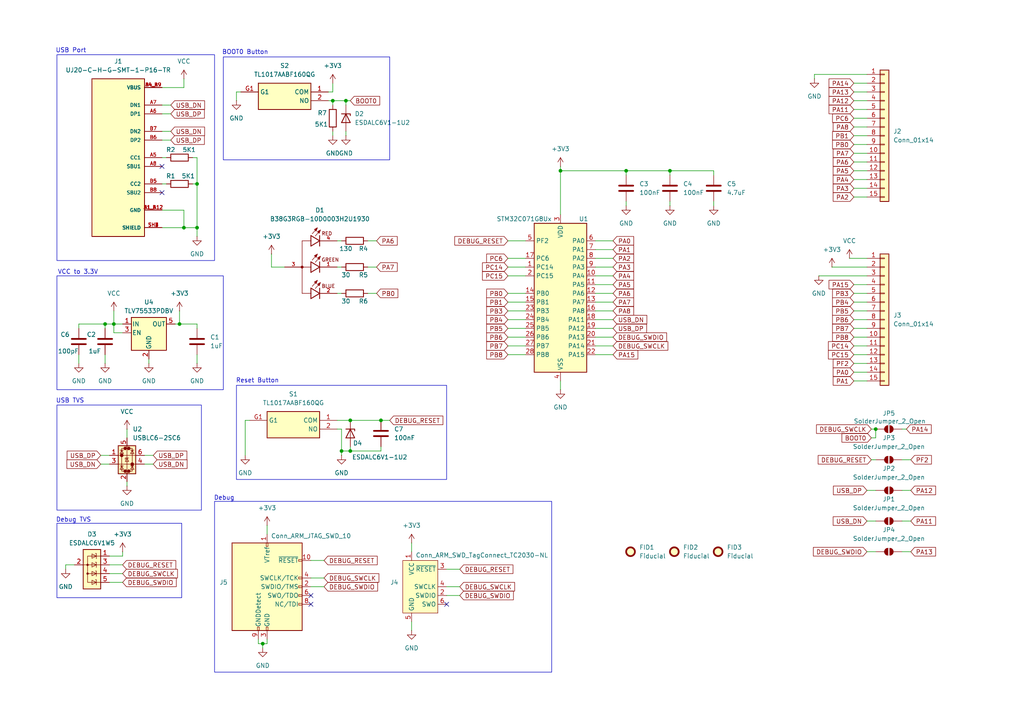
<source format=kicad_sch>
(kicad_sch (version 20250114) (generator "eeschema") (generator_version "9.0")
  (paper "A4")
  (title_block (title "STM32C071G8Ux Evaluation Board"))
  (rectangle (start 16.51 80.01) (end 64.77 113.03))
  (rectangle (start 16.51 151.765) (end 52.705 173.355))
  (rectangle (start 16.51 15.875) (end 62.23 75.565))
  (rectangle (start 16.51 117.475) (end 58.42 147.955))
  (rectangle (start 62.23 145.415) (end 160.02 194.945))
  (rectangle (start 68.58 111.76) (end 129.54 139.065))
  (rectangle (start 64.77 16.51) (end 113.03 46.355))
  (text "Reset Button" (at 74.676 110.49 0) (effects (font (size 1.27 1.27))))
  (text "VCC to 3.3V" (at 22.606 78.994 0) (effects (font (size 1.27 1.27))))
  (text "Debug" (at 65.024 144.526 0) (effects (font (size 1.27 1.27))))
  (text "BOOT0 Button" (at 71.12 15.24 0) (effects (font (size 1.27 1.27))))
  (text "USB TVS" (at 20.32 116.332 0) (effects (font (size 1.27 1.27))))
  (text "Debug TVS" (at 21.336 150.876 0) (effects (font (size 1.27 1.27))))
  (text "USB Port" (at 20.574 14.732 0) (effects (font (size 1.27 1.27))))
  (junction (at 57.15 66.04))
  (junction (at 33.02 93.98))
  (junction (at 30.48 93.98))
  (junction (at 110.49 121.92))
  (junction (at 57.15 53.34))
  (junction (at 194.31 49.53))
  (junction (at 162.56 49.53))
  (junction (at 100.33 29.21))
  (junction (at 53.34 66.04))
  (junction (at 52.07 93.98))
  (junction (at 76.2 186.69))
  (junction (at 99.06 130.81))
  (junction (at 254 124.46))
  (junction (at 181.61 49.53))
  (junction (at 101.6 130.81))
  (junction (at 101.6 121.92))
  (junction (at 96.52 29.21))
  (no_connect (at 90.17 172.72))
  (no_connect (at 46.99 55.88))
  (no_connect (at 90.17 175.26))
  (no_connect (at 46.99 48.26))
  (no_connect (at 129.54 175.26))
  (wire (pts (xy 99.06 130.81) (xy 99.06 124.46)))
  (wire (pts (xy 110.49 130.81) (xy 101.6 130.81)))
  (wire (pts (xy 110.49 129.54) (xy 110.49 130.81)))
  (wire (pts (xy 177.8 90.17) (xy 172.72 90.17)))
  (wire (pts (xy 247.65 82.55) (xy 251.46 82.55)))
  (wire (pts (xy 251.46 151.13) (xy 254 151.13)))
  (wire (pts (xy 101.6 130.81) (xy 99.06 130.81)))
  (wire (pts (xy 247.65 95.25) (xy 251.46 95.25)))
  (wire (pts (xy 147.32 85.09) (xy 152.4 85.09)))
  (wire (pts (xy 71.12 132.08) (xy 71.12 121.92)))
  (wire (pts (xy 50.8 93.98) (xy 52.07 93.98)))
  (wire (pts (xy 99.06 124.46) (xy 97.79 124.46)))
  (wire (pts (xy 41.91 132.08) (xy 44.45 132.08)))
  (wire (pts (xy 99.06 132.08) (xy 99.06 130.81)))
  (wire (pts (xy 96.52 29.21) (xy 100.33 29.21)))
  (wire (pts (xy 96.52 26.67) (xy 95.25 26.67)))
  (wire (pts (xy 36.83 124.46) (xy 36.83 127)))
  (wire (pts (xy 77.47 185.42) (xy 77.47 186.69)))
  (wire (pts (xy 68.58 29.21) (xy 68.58 26.67)))
  (wire (pts (xy 207.01 49.53) (xy 194.31 49.53)))
  (wire (pts (xy 97.79 69.85) (xy 99.06 69.85)))
  (wire (pts (xy 237.49 80.01) (xy 251.46 80.01)))
  (wire (pts (xy 247.65 102.87) (xy 251.46 102.87)))
  (wire (pts (xy 110.49 121.92) (xy 113.03 121.92)))
  (wire (pts (xy 247.65 87.63) (xy 251.46 87.63)))
  (wire (pts (xy 53.34 25.4) (xy 53.34 22.86)))
  (wire (pts (xy 247.65 36.83) (xy 251.46 36.83)))
  (wire (pts (xy 177.8 82.55) (xy 172.72 82.55)))
  (wire (pts (xy 36.83 139.7) (xy 36.83 140.97)))
  (wire (pts (xy 74.93 186.69) (xy 76.2 186.69)))
  (wire (pts (xy 147.32 74.93) (xy 152.4 74.93)))
  (wire (pts (xy 147.32 80.01) (xy 152.4 80.01)))
  (wire (pts (xy 74.93 185.42) (xy 74.93 186.69)))
  (wire (pts (xy 33.02 93.98) (xy 35.56 93.98)))
  (wire (pts (xy 247.65 44.45) (xy 251.46 44.45)))
  (wire (pts (xy 90.17 170.18) (xy 93.98 170.18)))
  (wire (pts (xy 247.65 46.99) (xy 251.46 46.99)))
  (wire (pts (xy 181.61 50.8) (xy 181.61 49.53)))
  (wire (pts (xy 71.12 121.92) (xy 72.39 121.92)))
  (wire (pts (xy 96.52 29.21) (xy 95.25 29.21)))
  (wire (pts (xy 77.47 152.4) (xy 77.47 154.94)))
  (wire (pts (xy 46.99 25.4) (xy 53.34 25.4)))
  (wire (pts (xy 236.22 22.86) (xy 236.22 21.59)))
  (wire (pts (xy 101.6 121.92) (xy 110.49 121.92)))
  (wire (pts (xy 247.65 49.53) (xy 251.46 49.53)))
  (wire (pts (xy 53.34 60.96) (xy 53.34 66.04)))
  (wire (pts (xy 177.8 69.85) (xy 172.72 69.85)))
  (wire (pts (xy 96.52 39.37) (xy 96.52 38.1)))
  (wire (pts (xy 247.65 90.17) (xy 251.46 90.17)))
  (wire (pts (xy 207.01 50.8) (xy 207.01 49.53)))
  (wire (pts (xy 251.46 142.24) (xy 254 142.24)))
  (wire (pts (xy 162.56 49.53) (xy 181.61 49.53)))
  (wire (pts (xy 236.22 21.59) (xy 251.46 21.59)))
  (wire (pts (xy 261.62 124.46) (xy 262.89 124.46)))
  (wire (pts (xy 254 133.35) (xy 252.73 133.35)))
  (wire (pts (xy 172.72 95.25) (xy 177.8 95.25)))
  (wire (pts (xy 46.99 33.02) (xy 49.53 33.02)))
  (wire (pts (xy 100.33 29.21) (xy 100.33 30.48)))
  (wire (pts (xy 247.65 92.71) (xy 251.46 92.71)))
  (wire (pts (xy 147.32 87.63) (xy 152.4 87.63)))
  (wire (pts (xy 241.3 77.47) (xy 251.46 77.47)))
  (wire (pts (xy 247.65 107.95) (xy 251.46 107.95)))
  (wire (pts (xy 247.65 34.29) (xy 251.46 34.29)))
  (wire (pts (xy 129.54 165.1) (xy 133.35 165.1)))
  (wire (pts (xy 101.6 129.54) (xy 101.6 130.81)))
  (wire (pts (xy 46.99 38.1) (xy 49.53 38.1)))
  (wire (pts (xy 247.65 41.91) (xy 251.46 41.91)))
  (wire (pts (xy 247.65 100.33) (xy 251.46 100.33)))
  (wire (pts (xy 129.54 170.18) (xy 133.35 170.18)))
  (wire (pts (xy 57.15 102.87) (xy 57.15 105.41)))
  (wire (pts (xy 177.8 77.47) (xy 172.72 77.47)))
  (wire (pts (xy 33.02 90.17) (xy 33.02 93.98)))
  (wire (pts (xy 33.02 96.52) (xy 33.02 93.98)))
  (wire (pts (xy 90.17 162.56) (xy 93.98 162.56)))
  (wire (pts (xy 68.58 26.67) (xy 69.85 26.67)))
  (wire (pts (xy 22.86 93.98) (xy 30.48 93.98)))
  (wire (pts (xy 264.16 133.35) (xy 261.62 133.35)))
  (wire (pts (xy 247.65 57.15) (xy 251.46 57.15)))
  (wire (pts (xy 100.33 29.21) (xy 101.6 29.21)))
  (wire (pts (xy 46.99 30.48) (xy 49.53 30.48)))
  (wire (pts (xy 46.99 53.34) (xy 48.26 53.34)))
  (wire (pts (xy 252.73 127) (xy 254 127)))
  (wire (pts (xy 106.68 69.85) (xy 109.22 69.85)))
  (wire (pts (xy 129.54 172.72) (xy 133.35 172.72)))
  (wire (pts (xy 30.48 93.98) (xy 30.48 95.25)))
  (wire (pts (xy 247.65 26.67) (xy 251.46 26.67)))
  (wire (pts (xy 77.47 186.69) (xy 76.2 186.69)))
  (wire (pts (xy 247.65 52.07) (xy 251.46 52.07)))
  (wire (pts (xy 247.65 39.37) (xy 251.46 39.37)))
  (wire (pts (xy 252.73 124.46) (xy 254 124.46)))
  (wire (pts (xy 29.21 132.08) (xy 31.75 132.08)))
  (wire (pts (xy 46.99 60.96) (xy 53.34 60.96)))
  (wire (pts (xy 43.18 104.14) (xy 43.18 105.41)))
  (wire (pts (xy 97.79 77.47) (xy 99.06 77.47)))
  (wire (pts (xy 96.52 30.48) (xy 96.52 29.21)))
  (wire (pts (xy 162.56 48.26) (xy 162.56 49.53)))
  (wire (pts (xy 247.65 110.49) (xy 251.46 110.49)))
  (wire (pts (xy 162.56 49.53) (xy 162.56 62.23)))
  (wire (pts (xy 106.68 77.47) (xy 109.22 77.47)))
  (wire (pts (xy 55.88 45.72) (xy 57.15 45.72)))
  (wire (pts (xy 31.75 166.37) (xy 35.56 166.37)))
  (wire (pts (xy 90.17 167.64) (xy 93.98 167.64)))
  (wire (pts (xy 246.38 74.93) (xy 251.46 74.93)))
  (wire (pts (xy 147.32 100.33) (xy 152.4 100.33)))
  (wire (pts (xy 41.91 134.62) (xy 44.45 134.62)))
  (wire (pts (xy 247.65 97.79) (xy 251.46 97.79)))
  (wire (pts (xy 97.79 85.09) (xy 99.06 85.09)))
  (wire (pts (xy 162.56 110.49) (xy 162.56 113.03)))
  (wire (pts (xy 19.05 163.83) (xy 21.59 163.83)))
  (wire (pts (xy 147.32 77.47) (xy 152.4 77.47)))
  (wire (pts (xy 172.72 92.71) (xy 177.8 92.71)))
  (wire (pts (xy 147.32 102.87) (xy 152.4 102.87)))
  (wire (pts (xy 57.15 93.98) (xy 52.07 93.98)))
  (wire (pts (xy 35.56 161.29) (xy 31.75 161.29)))
  (wire (pts (xy 147.32 97.79) (xy 152.4 97.79)))
  (wire (pts (xy 22.86 95.25) (xy 22.86 93.98)))
  (wire (pts (xy 29.21 134.62) (xy 31.75 134.62)))
  (wire (pts (xy 247.65 105.41) (xy 251.46 105.41)))
  (wire (pts (xy 261.62 142.24) (xy 264.16 142.24)))
  (wire (pts (xy 147.32 92.71) (xy 152.4 92.71)))
  (wire (pts (xy 177.8 80.01) (xy 172.72 80.01)))
  (wire (pts (xy 100.33 38.1) (xy 100.33 39.37)))
  (wire (pts (xy 31.75 163.83) (xy 35.56 163.83)))
  (wire (pts (xy 106.68 85.09) (xy 109.22 85.09)))
  (wire (pts (xy 97.79 121.92) (xy 101.6 121.92)))
  (wire (pts (xy 251.46 160.02) (xy 254 160.02)))
  (wire (pts (xy 30.48 93.98) (xy 33.02 93.98)))
  (wire (pts (xy 247.65 31.75) (xy 251.46 31.75)))
  (wire (pts (xy 53.34 66.04) (xy 46.99 66.04)))
  (wire (pts (xy 247.65 29.21) (xy 251.46 29.21)))
  (wire (pts (xy 57.15 68.58) (xy 57.15 66.04)))
  (wire (pts (xy 52.07 90.17) (xy 52.07 93.98)))
  (wire (pts (xy 76.2 187.96) (xy 76.2 186.69)))
  (wire (pts (xy 172.72 100.33) (xy 177.8 100.33)))
  (wire (pts (xy 35.56 160.02) (xy 35.56 161.29)))
  (wire (pts (xy 194.31 58.42) (xy 194.31 59.69)))
  (wire (pts (xy 147.32 69.85) (xy 152.4 69.85)))
  (wire (pts (xy 177.8 102.87) (xy 172.72 102.87)))
  (wire (pts (xy 46.99 45.72) (xy 48.26 45.72)))
  (wire (pts (xy 181.61 58.42) (xy 181.61 59.69)))
  (wire (pts (xy 55.88 53.34) (xy 57.15 53.34)))
  (wire (pts (xy 31.75 168.91) (xy 35.56 168.91)))
  (wire (pts (xy 57.15 45.72) (xy 57.15 53.34)))
  (wire (pts (xy 147.32 95.25) (xy 152.4 95.25)))
  (wire (pts (xy 57.15 53.34) (xy 57.15 66.04)))
  (wire (pts (xy 57.15 66.04) (xy 53.34 66.04)))
  (wire (pts (xy 261.62 151.13) (xy 264.16 151.13)))
  (wire (pts (xy 247.65 54.61) (xy 251.46 54.61)))
  (wire (pts (xy 247.65 24.13) (xy 251.46 24.13)))
  (wire (pts (xy 254 127) (xy 254 124.46)))
  (wire (pts (xy 96.52 24.13) (xy 96.52 26.67)))
  (wire (pts (xy 147.32 90.17) (xy 152.4 90.17)))
  (wire (pts (xy 19.05 165.1) (xy 19.05 163.83)))
  (wire (pts (xy 247.65 85.09) (xy 251.46 85.09)))
  (wire (pts (xy 35.56 96.52) (xy 33.02 96.52)))
  (wire (pts (xy 207.01 58.42) (xy 207.01 59.69)))
  (wire (pts (xy 177.8 72.39) (xy 172.72 72.39)))
  (wire (pts (xy 194.31 50.8) (xy 194.31 49.53)))
  (wire (pts (xy 181.61 49.53) (xy 194.31 49.53)))
  (wire (pts (xy 46.99 40.64) (xy 49.53 40.64)))
  (wire (pts (xy 119.38 180.34) (xy 119.38 182.88)))
  (wire (pts (xy 119.38 157.48) (xy 119.38 160.02)))
  (wire (pts (xy 22.86 102.87) (xy 22.86 105.41)))
  (wire (pts (xy 78.74 77.47) (xy 82.55 77.47)))
  (wire (pts (xy 261.62 160.02) (xy 264.16 160.02)))
  (wire (pts (xy 177.8 87.63) (xy 172.72 87.63)))
  (wire (pts (xy 30.48 102.87) (xy 30.48 105.41)))
  (wire (pts (xy 172.72 97.79) (xy 177.8 97.79)))
  (wire (pts (xy 177.8 74.93) (xy 172.72 74.93)))
  (wire (pts (xy 78.74 73.66) (xy 78.74 77.47)))
  (wire (pts (xy 177.8 85.09) (xy 172.72 85.09)))
  (wire (pts (xy 57.15 93.98) (xy 57.15 95.25)))
  (global_label "PB4" (shape input) (at 147.32 92.71 180) (property "Intersheetrefs" "${INTERSHEET_REFS}" (effects (hide yes))))
  (global_label "PA13" (shape input) (at 264.16 160.02 0) (property "Intersheetrefs" "${INTERSHEET_REFS}" (effects (hide yes))))
  (global_label "PB4" (shape input) (at 247.65 87.63 180) (property "Intersheetrefs" "${INTERSHEET_REFS}" (effects (hide yes))))
  (global_label "DEBUG_SWCLK" (shape input) (at 177.8 100.33 0) (property "Intersheetrefs" "${INTERSHEET_REFS}" (effects (hide yes))))
  (global_label "PA4" (shape input) (at 247.65 52.07 180) (property "Intersheetrefs" "${INTERSHEET_REFS}" (effects (hide yes))))
  (global_label "DEBUG_RESET" (shape input) (at 35.56 163.83 0) (property "Intersheetrefs" "${INTERSHEET_REFS}" (effects (hide yes))))
  (global_label "PB6" (shape input) (at 147.32 97.79 180) (property "Intersheetrefs" "${INTERSHEET_REFS}" (effects (hide yes))))
  (global_label "PB0" (shape input) (at 109.22 85.09 0) (property "Intersheetrefs" "${INTERSHEET_REFS}" (effects (hide yes))))
  (global_label "DEBUG_SWDIO" (shape input) (at 251.46 160.02 180) (property "Intersheetrefs" "${INTERSHEET_REFS}" (effects (hide yes))))
  (global_label "PB6" (shape input) (at 247.65 92.71 180) (property "Intersheetrefs" "${INTERSHEET_REFS}" (effects (hide yes))))
  (global_label "PB0" (shape input) (at 147.32 85.09 180) (property "Intersheetrefs" "${INTERSHEET_REFS}" (effects (hide yes))))
  (global_label "PB8" (shape input) (at 247.65 97.79 180) (property "Intersheetrefs" "${INTERSHEET_REFS}" (effects (hide yes))))
  (global_label "PA2" (shape input) (at 177.8 74.93 0) (property "Intersheetrefs" "${INTERSHEET_REFS}" (effects (hide yes))))
  (global_label "DEBUG_RESET" (shape input) (at 113.03 121.92 0) (property "Intersheetrefs" "${INTERSHEET_REFS}" (effects (hide yes))))
  (global_label "DEBUG_SWCLK" (shape input) (at 252.73 124.46 180) (property "Intersheetrefs" "${INTERSHEET_REFS}" (effects (hide yes))))
  (global_label "PA7" (shape input) (at 177.8 87.63 0) (property "Intersheetrefs" "${INTERSHEET_REFS}" (effects (hide yes))))
  (global_label "PC14" (shape input) (at 147.32 77.47 180) (property "Intersheetrefs" "${INTERSHEET_REFS}" (effects (hide yes))))
  (global_label "PB3" (shape input) (at 147.32 90.17 180) (property "Intersheetrefs" "${INTERSHEET_REFS}" (effects (hide yes))))
  (global_label "DEBUG_RESET" (shape input) (at 147.32 69.85 180) (property "Intersheetrefs" "${INTERSHEET_REFS}" (effects (hide yes))))
  (global_label "DEBUG_RESET" (shape input) (at 133.35 165.1 0) (property "Intersheetrefs" "${INTERSHEET_REFS}" (effects (hide yes))))
  (global_label "PA8" (shape input) (at 247.65 36.83 180) (property "Intersheetrefs" "${INTERSHEET_REFS}" (effects (hide yes))))
  (global_label "PA14" (shape input) (at 262.89 124.46 0) (property "Intersheetrefs" "${INTERSHEET_REFS}" (effects (hide yes))))
  (global_label "PB5" (shape input) (at 147.32 95.25 180) (property "Intersheetrefs" "${INTERSHEET_REFS}" (effects (hide yes))))
  (global_label "DEBUG_SWDIO" (shape input) (at 133.35 172.72 0) (property "Intersheetrefs" "${INTERSHEET_REFS}" (effects (hide yes))))
  (global_label "PF2" (shape input) (at 264.16 133.35 0) (property "Intersheetrefs" "${INTERSHEET_REFS}" (effects (hide yes))))
  (global_label "PC15" (shape input) (at 147.32 80.01 180) (property "Intersheetrefs" "${INTERSHEET_REFS}" (effects (hide yes))))
  (global_label "PA8" (shape input) (at 177.8 90.17 0) (property "Intersheetrefs" "${INTERSHEET_REFS}" (effects (hide yes))))
  (global_label "USB_DP" (shape input) (at 251.46 142.24 180) (property "Intersheetrefs" "${INTERSHEET_REFS}" (effects (hide yes))))
  (global_label "PA7" (shape input) (at 109.22 77.47 0) (property "Intersheetrefs" "${INTERSHEET_REFS}" (effects (hide yes))))
  (global_label "USB_DN" (shape input) (at 44.45 134.62 0) (property "Intersheetrefs" "${INTERSHEET_REFS}" (effects (hide yes))))
  (global_label "PA6" (shape input) (at 247.65 46.99 180) (property "Intersheetrefs" "${INTERSHEET_REFS}" (effects (hide yes))))
  (global_label "PB5" (shape input) (at 247.65 90.17 180) (property "Intersheetrefs" "${INTERSHEET_REFS}" (effects (hide yes))))
  (global_label "USB_DN" (shape input) (at 49.53 30.48 0) (property "Intersheetrefs" "${INTERSHEET_REFS}" (effects (hide yes))))
  (global_label "DEBUG_SWCLK" (shape input) (at 93.98 167.64 0) (property "Intersheetrefs" "${INTERSHEET_REFS}" (effects (hide yes))))
  (global_label "PA15" (shape input) (at 247.65 82.55 180) (property "Intersheetrefs" "${INTERSHEET_REFS}" (effects (hide yes))))
  (global_label "DEBUG_RESET" (shape input) (at 252.73 133.35 180) (property "Intersheetrefs" "${INTERSHEET_REFS}" (effects (hide yes))))
  (global_label "PF2" (shape input) (at 247.65 105.41 180) (property "Intersheetrefs" "${INTERSHEET_REFS}" (effects (hide yes))))
  (global_label "USB_DN" (shape input) (at 29.21 134.62 180) (property "Intersheetrefs" "${INTERSHEET_REFS}" (effects (hide yes))))
  (global_label "USB_DP" (shape input) (at 49.53 40.64 0) (property "Intersheetrefs" "${INTERSHEET_REFS}" (effects (hide yes))))
  (global_label "PB8" (shape input) (at 147.32 102.87 180) (property "Intersheetrefs" "${INTERSHEET_REFS}" (effects (hide yes))))
  (global_label "PB1" (shape input) (at 147.32 87.63 180) (property "Intersheetrefs" "${INTERSHEET_REFS}" (effects (hide yes))))
  (global_label "DEBUG_SWCLK" (shape input) (at 133.35 170.18 0) (property "Intersheetrefs" "${INTERSHEET_REFS}" (effects (hide yes))))
  (global_label "USB_DP" (shape input) (at 177.8 95.25 0) (property "Intersheetrefs" "${INTERSHEET_REFS}" (effects (hide yes))))
  (global_label "USB_DN" (shape input) (at 49.53 38.1 0) (property "Intersheetrefs" "${INTERSHEET_REFS}" (effects (hide yes))))
  (global_label "PA14" (shape input) (at 247.65 24.13 180) (property "Intersheetrefs" "${INTERSHEET_REFS}" (effects (hide yes))))
  (global_label "PC15" (shape input) (at 247.65 102.87 180) (property "Intersheetrefs" "${INTERSHEET_REFS}" (effects (hide yes))))
  (global_label "PA1" (shape input) (at 177.8 72.39 0) (property "Intersheetrefs" "${INTERSHEET_REFS}" (effects (hide yes))))
  (global_label "PA11" (shape input) (at 247.65 31.75 180) (property "Intersheetrefs" "${INTERSHEET_REFS}" (effects (hide yes))))
  (global_label "PA6" (shape input) (at 177.8 85.09 0) (property "Intersheetrefs" "${INTERSHEET_REFS}" (effects (hide yes))))
  (global_label "PB7" (shape input) (at 147.32 100.33 180) (property "Intersheetrefs" "${INTERSHEET_REFS}" (effects (hide yes))))
  (global_label "PC6" (shape input) (at 147.32 74.93 180) (property "Intersheetrefs" "${INTERSHEET_REFS}" (effects (hide yes))))
  (global_label "PC6" (shape input) (at 247.65 34.29 180) (property "Intersheetrefs" "${INTERSHEET_REFS}" (effects (hide yes))))
  (global_label "DEBUG_SWDIO" (shape input) (at 177.8 97.79 0) (property "Intersheetrefs" "${INTERSHEET_REFS}" (effects (hide yes))))
  (global_label "PA0" (shape input) (at 247.65 107.95 180) (property "Intersheetrefs" "${INTERSHEET_REFS}" (effects (hide yes))))
  (global_label "USB_DN" (shape input) (at 177.8 92.71 0) (property "Intersheetrefs" "${INTERSHEET_REFS}" (effects (hide yes))))
  (global_label "PA0" (shape input) (at 177.8 69.85 0) (property "Intersheetrefs" "${INTERSHEET_REFS}" (effects (hide yes))))
  (global_label "PA12" (shape input) (at 247.65 29.21 180) (property "Intersheetrefs" "${INTERSHEET_REFS}" (effects (hide yes))))
  (global_label "PA4" (shape input) (at 177.8 80.01 0) (property "Intersheetrefs" "${INTERSHEET_REFS}" (effects (hide yes))))
  (global_label "PC14" (shape input) (at 247.65 100.33 180) (property "Intersheetrefs" "${INTERSHEET_REFS}" (effects (hide yes))))
  (global_label "PA13" (shape input) (at 247.65 26.67 180) (property "Intersheetrefs" "${INTERSHEET_REFS}" (effects (hide yes))))
  (global_label "PA3" (shape input) (at 177.8 77.47 0) (property "Intersheetrefs" "${INTERSHEET_REFS}" (effects (hide yes))))
  (global_label "PB0" (shape input) (at 247.65 41.91 180) (property "Intersheetrefs" "${INTERSHEET_REFS}" (effects (hide yes))))
  (global_label "DEBUG_RESET" (shape input) (at 93.98 162.56 0) (property "Intersheetrefs" "${INTERSHEET_REFS}" (effects (hide yes))))
  (global_label "DEBUG_SWDIO" (shape input) (at 35.56 168.91 0) (property "Intersheetrefs" "${INTERSHEET_REFS}" (effects (hide yes))))
  (global_label "USB_DP" (shape input) (at 44.45 132.08 0) (property "Intersheetrefs" "${INTERSHEET_REFS}" (effects (hide yes))))
  (global_label "PA7" (shape input) (at 247.65 44.45 180) (property "Intersheetrefs" "${INTERSHEET_REFS}" (effects (hide yes))))
  (global_label "PB3" (shape input) (at 247.65 85.09 180) (property "Intersheetrefs" "${INTERSHEET_REFS}" (effects (hide yes))))
  (global_label "PA2" (shape input) (at 247.65 57.15 180) (property "Intersheetrefs" "${INTERSHEET_REFS}" (effects (hide yes))))
  (global_label "PA11" (shape input) (at 264.16 151.13 0) (property "Intersheetrefs" "${INTERSHEET_REFS}" (effects (hide yes))))
  (global_label "PA5" (shape input) (at 177.8 82.55 0) (property "Intersheetrefs" "${INTERSHEET_REFS}" (effects (hide yes))))
  (global_label "PA15" (shape input) (at 177.8 102.87 0) (property "Intersheetrefs" "${INTERSHEET_REFS}" (effects (hide yes))))
  (global_label "PA5" (shape input) (at 247.65 49.53 180) (property "Intersheetrefs" "${INTERSHEET_REFS}" (effects (hide yes))))
  (global_label "PA3" (shape input) (at 247.65 54.61 180) (property "Intersheetrefs" "${INTERSHEET_REFS}" (effects (hide yes))))
  (global_label "DEBUG_SWCLK" (shape input) (at 35.56 166.37 0) (property "Intersheetrefs" "${INTERSHEET_REFS}" (effects (hide yes))))
  (global_label "PB1" (shape input) (at 247.65 39.37 180) (property "Intersheetrefs" "${INTERSHEET_REFS}" (effects (hide yes))))
  (global_label "USB_DP" (shape input) (at 29.21 132.08 180) (property "Intersheetrefs" "${INTERSHEET_REFS}" (effects (hide yes))))
  (global_label "DEBUG_SWDIO" (shape input) (at 93.98 170.18 0) (property "Intersheetrefs" "${INTERSHEET_REFS}" (effects (hide yes))))
  (global_label "USB_DN" (shape input) (at 251.46 151.13 180) (property "Intersheetrefs" "${INTERSHEET_REFS}" (effects (hide yes))))
  (global_label "BOOT0" (shape input) (at 101.6 29.21 0) (property "Intersheetrefs" "${INTERSHEET_REFS}" (effects (hide yes))))
  (global_label "PA12" (shape input) (at 264.16 142.24 0) (property "Intersheetrefs" "${INTERSHEET_REFS}" (effects (hide yes))))
  (global_label "USB_DP" (shape input) (at 49.53 33.02 0) (property "Intersheetrefs" "${INTERSHEET_REFS}" (effects (hide yes))))
  (global_label "BOOT0" (shape input) (at 252.73 127 180) (property "Intersheetrefs" "${INTERSHEET_REFS}" (effects (hide yes))))
  (global_label "PA6" (shape input) (at 109.22 69.85 0) (property "Intersheetrefs" "${INTERSHEET_REFS}" (effects (hide yes))))
  (global_label "PB7" (shape input) (at 247.65 95.25 180) (property "Intersheetrefs" "${INTERSHEET_REFS}" (effects (hide yes))))
  (global_label "PA1" (shape input) (at 247.65 110.49 180) (property "Intersheetrefs" "${INTERSHEET_REFS}" (effects (hide yes))))
  (symbol (lib_id "Device:C") (at 30.48 99.06 0) (unit 1)
    (property "Reference" "C2" (at 25.146 97.028 0) (effects (justify left)))
    (property "Value" "1uF" (at 25.654 101.854 0) (effects (justify left)))
    (property "Footprint" "Capacitor_SMD:C_0402_1005Metric" (effects (hide yes)))
    (property "Description" "Unpolarized capacitor" (effects (hide yes)))
  )
  (symbol (lib_id "power:VCC") (at 36.83 124.46 0) (unit 1)
    (property "Reference" "#PWR031" (effects (hide yes)))
    (property "Value" "VCC" (at 36.83 119.38 0))
    (property "Description" "Power symbol creates a global label with name \"VCC\"" (effects (hide yes)))
  )
  (symbol (lib_id "power:GND") (at 181.61 59.69 0) (unit 1)
    (property "Reference" "#PWR09" (effects (hide yes)))
    (property "Value" "GND" (at 181.61 64.77 0))
    (property "Description" "Power symbol creates a global label with name \"GND\" , ground" (effects (hide yes)))
  )
  (symbol (lib_id "Connector:Conn_ARM_SWD_TagConnect_TC2030-NL") (at 121.92 170.18 0) (unit 1) (in_bom no)
    (property "Reference" "J4" (at 115.57 168.9099 0) (effects (justify right)))
    (property "Value" "Conn_ARM_SWD_TagConnect_TC2030-NL" (at 159.004 161.036 0) (effects (justify right)))
    (property "Footprint" "Connector:Tag-Connect_TC2030-IDC-NL_2x03_P1.27mm_Vertical" (effects (hide yes)))
    (property "Datasheet" "https://www.tag-connect.com/wp-content/uploads/bsk-pdf-manager/TC2030-CTX_1.pdf" (effects (hide yes)))
    (property "Description" "Tag-Connect ARM Cortex SWD JTAG connector, 6 pin, no legs" (effects (hide yes)))
  )
  (symbol (lib_id "power:+3V3") (at 35.56 160.02 0) (unit 1)
    (property "Reference" "#PWR014" (effects (hide yes)))
    (property "Value" "+3V3" (at 35.56 154.94 0))
    (property "Description" "Power symbol creates a global label with name \"+3V3\"" (effects (hide yes)))
  )
  (symbol (lib_id "Jumper:SolderJumper_2_Open") (at 257.81 160.02 0) (unit 1) (in_bom no)
    (property "Reference" "JP4" (at 257.81 153.67 0))
    (property "Value" "SolderJumper_2_Open" (at 257.81 156.21 0))
    (property "Footprint" "Jumper:SolderJumper-2_P1.3mm_Open_TrianglePad1.0x1.5mm" (effects (hide yes)))
    (property "Description" "Solder Jumper, 2-pole, open" (effects (hide yes)))
  )
  (symbol (lib_id "power:VCC") (at 53.34 22.86 0) (unit 1)
    (property "Reference" "#PWR04" (effects (hide yes)))
    (property "Value" "VCC" (at 53.34 17.78 0))
    (property "Description" "Power symbol creates a global label with name \"VCC\"" (effects (hide yes)))
  )
  (symbol (lib_id "Device:C") (at 194.31 54.61 0) (unit 1)
    (property "Reference" "C4" (at 198.12 53.3399 0) (effects (justify left)))
    (property "Value" "100nF" (at 198.12 55.8799 0) (effects (justify left)))
    (property "Footprint" "Capacitor_SMD:C_0402_1005Metric" (effects (hide yes)))
    (property "Description" "Unpolarized capacitor" (effects (hide yes)))
  )
  (symbol (lib_id "Regulator_Linear:TLV75533PDBV") (at 43.18 96.52 0) (unit 1)
    (property "Reference" "U4" (at 43.18 87.63 0))
    (property "Value" "TLV75533PDBV" (at 43.18 90.17 0))
    (property "Footprint" "Package_TO_SOT_SMD:SOT-23-5" (effects (hide yes)))
    (property "Datasheet" "http://www.ti.com/lit/ds/symlink/tlv755p.pdf" (effects (hide yes)))
    (property "Description" "500mA Low Dropout Voltage Regulator, Fixed Output 3.3V, SOT-23-5" (effects (hide yes)))
  )
  (symbol (lib_id "power:GND") (at 207.01 59.69 0) (unit 1)
    (property "Reference" "#PWR026" (effects (hide yes)))
    (property "Value" "GND" (at 207.01 64.77 0))
    (property "Description" "Power symbol creates a global label with name \"GND\" , ground" (effects (hide yes)))
  )
  (symbol (lib_id "Device:C") (at 22.86 99.06 0) (unit 1)
    (property "Reference" "C6" (at 17.526 97.028 0) (effects (justify left)))
    (property "Value" "100pF" (at 16.764 101.854 0) (effects (justify left)))
    (property "Footprint" "Capacitor_SMD:C_0402_1005Metric" (effects (hide yes)))
    (property "Description" "Unpolarized capacitor" (effects (hide yes)))
  )
  (symbol (lib_id "UJ20-C-H-G-SMT-1-P16-TR:UJ20-C-H-G-SMT-1-P16-TR") (at 34.29 45.72 0) (unit 1)
    (property "Reference" "J1" (at 34.29 17.78 0))
    (property "Value" "UJ20-C-H-G-SMT-1-P16-TR" (at 34.29 20.32 0))
    (property "Footprint" "footprints:SAMESKY_UJ20-C-H-G-SMT-1-P16-TR" (effects (hide yes)))
    (property "DigiKey_Part_Number" "2223-UJ20-C-H-G-SMT-1-P16-TR-ND" (effects (hide yes)))
    (property "SnapEDA_Link" "https://www.snapeda.com/parts/UJ20-C-H-G-SMT-1-P16-TR/Same+Sky/view-part/?ref=snap" (effects (hide yes)))
    (property "MAXIMUM_PACKAGE_HEIGHT" "3.46mm" (effects (hide yes)))
    (property "Package" "None" (effects (hide yes)))
    (property "Check_prices" "https://www.snapeda.com/parts/UJ20-C-H-G-SMT-1-P16-TR/Same+Sky/view-part/?ref=eda" (effects (hide yes)))
    (property "STANDARD" "Manufacturer Recommendations" (effects (hide yes)))
    (property "PARTREV" "1.0" (effects (hide yes)))
    (property "MF" "Same Sky" (effects (hide yes)))
    (property "MP" "UJ20-C-H-G-SMT-1-P16-TR" (effects (hide yes)))
    (property "Description_1" "USB-C (USB TYPE-C) USB 2.0 Receptacle Connector 24 (16+8 Dummy) Position Surface Mount, Right Angle; Through Hole" (effects (hide yes)))
    (property "MANUFACTURER" "Same Sky" (effects (hide yes)))
  )
  (symbol (lib_id "MCU_ST_STM32C0:STM32C071G8Ux") (at 162.56 87.63 0) (unit 1)
    (property "Reference" "U1" (at 167.894 63.5 0) (effects (justify left)))
    (property "Value" "STM32C071G8Ux" (at 144.018 63.5 0) (effects (justify left)))
    (property "Footprint" "Package_DFN_QFN:QFN-28_4x4mm_P0.5mm" (effects (hide yes)))
    (property "Datasheet" "https://www.st.com/resource/en/datasheet/stm32c071g8.pdf" (effects (hide yes)))
    (property "Description" "STMicroelectronics Arm Cortex-M0+ MCU, 64KB flash, 24KB RAM, 26 GPIO, UFQFPN28_GP" (effects (hide yes)))
  )
  (symbol (lib_id "power:GND") (at 100.33 39.37 0) (unit 1)
    (property "Reference" "#PWR033" (effects (hide yes)))
    (property "Value" "GND" (at 100.33 44.45 0))
    (property "Description" "Power symbol creates a global label with name \"GND\" , ground" (effects (hide yes)))
  )
  (symbol (lib_id "power:+3V3") (at 162.56 48.26 0) (unit 1)
    (property "Reference" "#PWR03" (effects (hide yes)))
    (property "Value" "+3V3" (at 162.56 43.18 0))
    (property "Description" "Power symbol creates a global label with name \"+3V3\"" (effects (hide yes)))
  )
  (symbol (lib_id "power:+3V3") (at 119.38 157.48 0) (unit 1)
    (property "Reference" "#PWR017" (effects (hide yes)))
    (property "Value" "+3V3" (at 119.38 152.4 0))
    (property "Description" "Power symbol creates a global label with name \"+3V3\"" (effects (hide yes)))
  )
  (symbol (lib_id "Connector_Generic:Conn_01x15") (at 256.54 39.37 0) (unit 1)
    (property "Reference" "J2" (at 259.08 38.0999 0) (effects (justify left)))
    (property "Value" "Conn_01x14" (at 259.08 40.6399 0) (effects (justify left)))
    (property "Footprint" "Connector_PinSocket_2.54mm:PinSocket_1x15_P2.54mm_Vertical" (effects (hide yes)))
    (property "Description" "Generic connector, single row, 01x15, script generated (kicad-library-utils/schlib/autogen/connector/)" (effects (hide yes)))
  )
  (symbol (lib_id "power:+3V3") (at 77.47 152.4 0) (unit 1)
    (property "Reference" "#PWR016" (effects (hide yes)))
    (property "Value" "+3V3" (at 77.47 147.32 0))
    (property "Description" "Power symbol creates a global label with name \"+3V3\"" (effects (hide yes)))
  )
  (symbol (lib_id "Power_Protection:ESDA5V3SC5") (at 26.67 163.83 270) (unit 1)
    (property "Reference" "D3" (at 26.67 154.94 90))
    (property "Value" "ESDALC6V1W5" (at 26.67 157.48 90))
    (property "Footprint" "Package_TO_SOT_SMD:SOT-23-5" (effects (hide yes)))
    (property "Datasheet" "https://www.st.com/resource/en/datasheet/esda5v3sc6.pdf" (effects (hide yes)))
    (property "Description" "Quad TVS Diode Array, 5.3V Standoff, 4 Channels, 400W, ±30kV, SOT-23-5" (effects (hide yes)))
  )
  (symbol (lib_id "power:+3V3") (at 96.52 24.13 0) (unit 1)
    (property "Reference" "#PWR030" (effects (hide yes)))
    (property "Value" "+3V3" (at 96.52 19.05 0))
    (property "Description" "Power symbol creates a global label with name \"+3V3\"" (effects (hide yes)))
  )
  (symbol (lib_id "power:+3V3") (at 78.74 73.66 0) (unit 1)
    (property "Reference" "#PWR027" (effects (hide yes)))
    (property "Value" "+3V3" (at 78.74 68.58 0))
    (property "Description" "Power symbol creates a global label with name \"+3V3\"" (effects (hide yes)))
  )
  (symbol (lib_id "Connector_Generic:Conn_01x15") (at 256.54 92.71 0) (unit 1)
    (property "Reference" "J3" (at 259.08 91.4399 0) (effects (justify left)))
    (property "Value" "Conn_01x14" (at 259.08 93.9799 0) (effects (justify left)))
    (property "Footprint" "Connector_PinSocket_2.54mm:PinSocket_1x15_P2.54mm_Vertical" (effects (hide yes)))
    (property "Description" "Generic connector, single row, 01x15, script generated (kicad-library-utils/schlib/autogen/connector/)" (effects (hide yes)))
  )
  (symbol (lib_id "Jumper:SolderJumper_2_Open") (at 257.81 142.24 0) (unit 1) (in_bom no)
    (property "Reference" "JP2" (at 257.81 135.89 0))
    (property "Value" "SolderJumper_2_Open" (at 257.81 138.43 0))
    (property "Footprint" "Jumper:SolderJumper-2_P1.3mm_Open_TrianglePad1.0x1.5mm" (effects (hide yes)))
    (property "Description" "Solder Jumper, 2-pole, open" (effects (hide yes)))
  )
  (symbol (lib_id "power:VCC") (at 33.02 90.17 0) (unit 1)
    (property "Reference" "#PWR08" (effects (hide yes)))
    (property "Value" "VCC" (at 33.02 85.09 0))
    (property "Description" "Power symbol creates a global label with name \"VCC\"" (effects (hide yes)))
  )
  (symbol (lib_id "Device:R") (at 102.87 69.85 270) (unit 1)
    (property "Reference" "R4" (at 105.41 72.136 90))
    (property "Value" "130" (at 100.33 72.136 90))
    (property "Footprint" "Resistor_SMD:R_0402_1005Metric" (effects (hide yes)))
    (property "Description" "Resistor" (effects (hide yes)))
  )
  (symbol (lib_id "power:GND") (at 162.56 113.03 0) (unit 1)
    (property "Reference" "#PWR02" (effects (hide yes)))
    (property "Value" "GND" (at 162.56 118.11 0))
    (property "Description" "Power symbol creates a global label with name \"GND\" , ground" (effects (hide yes)))
  )
  (symbol (lib_id "power:GND") (at 43.18 105.41 0) (unit 1)
    (property "Reference" "#PWR06" (effects (hide yes)))
    (property "Value" "GND" (at 43.18 110.49 0))
    (property "Description" "Power symbol creates a global label with name \"GND\" , ground" (effects (hide yes)))
  )
  (symbol (lib_id "TL1017AABF160QG:TL1017AABF160QG") (at 72.39 121.92 0) (unit 1)
    (property "Reference" "S1" (at 85.09 114.3 0))
    (property "Value" "TL1017AABF160QG" (at 85.09 116.84 0))
    (property "Footprint" "footprints:TL1017AABF160QG" (effects (hide yes)))
    (property "Datasheet" "https://configured-product-images.s3.amazonaws.com/2D/specs/TL1017AABF160QG.pdf" (effects (hide yes)))
    (property "Description" "TACT, Surface Mount" (effects (hide yes)))
    (property "Height" "1.7" (effects (hide yes)))
    (property "Mouser Part Number" "612-TL1017AABF160QG" (effects (hide yes)))
    (property "Mouser Price/Stock" "https://www.mouser.co.uk/ProductDetail/E-Switch/TL1017AABF160QG?qs=9vOqFld9vZWEDSBQD0ZM5A%3D%3D" (effects (hide yes)))
    (property "Manufacturer_Name" "E-Switch" (effects (hide yes)))
    (property "Manufacturer_Part_Number" "TL1017AABF160QG" (effects (hide yes)))
  )
  (symbol (lib_id "power:GND") (at 236.22 22.86 0) (unit 1)
    (property "Reference" "#PWR022" (effects (hide yes)))
    (property "Value" "GND" (at 236.22 27.94 0))
    (property "Description" "Power symbol creates a global label with name \"GND\" , ground" (effects (hide yes)))
  )
  (symbol (lib_id "power:GND") (at 194.31 59.69 0) (unit 1)
    (property "Reference" "#PWR010" (effects (hide yes)))
    (property "Value" "GND" (at 194.31 64.77 0))
    (property "Description" "Power symbol creates a global label with name \"GND\" , ground" (effects (hide yes)))
  )
  (symbol (lib_id "power:GND") (at 57.15 68.58 0) (unit 1)
    (property "Reference" "#PWR05" (effects (hide yes)))
    (property "Value" "GND" (at 57.15 73.66 0))
    (property "Description" "Power symbol creates a global label with name \"GND\" , ground" (effects (hide yes)))
  )
  (symbol (lib_id "B38G3RGB-10D0003H2U1930:B38G3RGB-10D0003H2U1930") (at 90.17 77.47 0) (unit 1)
    (property "Reference" "D1" (at 92.7771 60.96 0))
    (property "Value" "B38G3RGB-10D0003H2U1930" (at 92.7771 63.5 0))
    (property "Footprint" "footprints:LED_B38G3RGB-10D0003H2U1930" (effects (hide yes)))
    (property "DigiKey_Part_Number" "3147-B38G3RGB-10D0003H2U1930TR-ND" (effects (hide yes)))
    (property "SnapEDA_Link" "https://www.snapeda.com/parts/B38G3RGB-10D0003H2U1930/Harvatek/view-part/?ref=snap" (effects (hide yes)))
    (property "MAXIMUM_PACKAGE_HEIGHT" "0.5 mm" (effects (hide yes)))
    (property "Package" "None" (effects (hide yes)))
    (property "Check_prices" "https://www.snapeda.com/parts/B38G3RGB-10D0003H2U1930/Harvatek/view-part/?ref=eda" (effects (hide yes)))
    (property "STANDARD" "Manufacturer Recommendations" (effects (hide yes)))
    (property "PARTREV" "1.9" (effects (hide yes)))
    (property "MF" "Harvatek Corporation" (effects (hide yes)))
    (property "MP" "B38G3RGB-10D0003H2U1930" (effects (hide yes)))
    (property "Description_1" "Red, Green, Blue (RGB) - LED Indication - Discrete 2V Red, 3V Green, 3V Blue 0606 (1616 Metric)" (effects (hide yes)))
    (property "MANUFACTURER" "Harvatek" (effects (hide yes)))
  )
  (symbol (lib_id "Device:R") (at 96.52 34.29 180) (unit 1)
    (property "Reference" "R7" (at 93.472 32.766 0))
    (property "Value" "5K1" (at 93.218 36.068 0))
    (property "Footprint" "Resistor_SMD:R_0402_1005Metric" (effects (hide yes)))
    (property "Description" "Resistor" (effects (hide yes)))
  )
  (symbol (lib_id "power:GND") (at 30.48 105.41 0) (unit 1)
    (property "Reference" "#PWR011" (effects (hide yes)))
    (property "Value" "GND" (at 30.48 110.49 0))
    (property "Description" "Power symbol creates a global label with name \"GND\" , ground" (effects (hide yes)))
  )
  (symbol (lib_id "Device:C") (at 110.49 125.73 0) (unit 1)
    (property "Reference" "C7" (at 114.3 124.4599 0) (effects (justify left)))
    (property "Value" "100nF" (at 114.3 126.9999 0) (effects (justify left)))
    (property "Footprint" "Capacitor_SMD:C_0402_1005Metric" (effects (hide yes)))
    (property "Description" "Unpolarized capacitor" (effects (hide yes)))
  )
  (symbol (lib_id "power:GND") (at 36.83 140.97 0) (unit 1)
    (property "Reference" "#PWR01" (effects (hide yes)))
    (property "Value" "GND" (at 36.83 146.05 0))
    (property "Description" "Power symbol creates a global label with name \"GND\" , ground" (effects (hide yes)))
  )
  (symbol (lib_id "Diode:ESD5Zxx") (at 100.33 34.29 270) (unit 1)
    (property "Reference" "D2" (at 102.87 33.0199 90) (effects (justify left)))
    (property "Value" "ESDALC6V1-1U2" (at 102.87 35.5599 90) (effects (justify left)))
    (property "Footprint" "Diode_SMD:D_0201_0603Metric" (effects (hide yes)))
    (property "Datasheet" "https://www.onsemi.com/pdf/datasheet/esd5z2.5t1-d.pdf" (effects (hide yes)))
    (property "Description" "ESD Protection Diode, SOD-523" (effects (hide yes)))
  )
  (symbol (lib_id "Jumper:SolderJumper_2_Open") (at 257.81 133.35 0) (unit 1) (in_bom no)
    (property "Reference" "JP3" (at 257.81 127 0))
    (property "Value" "SolderJumper_2_Open" (at 257.81 129.54 0))
    (property "Footprint" "Jumper:SolderJumper-2_P1.3mm_Open_TrianglePad1.0x1.5mm" (effects (hide yes)))
    (property "Description" "Solder Jumper, 2-pole, open" (effects (hide yes)))
  )
  (symbol (lib_id "power:GND") (at 96.52 39.37 0) (unit 1)
    (property "Reference" "#PWR029" (effects (hide yes)))
    (property "Value" "GND" (at 96.52 44.45 0))
    (property "Description" "Power symbol creates a global label with name \"GND\" , ground" (effects (hide yes)))
  )
  (symbol (lib_id "Mechanical:Fiducial") (at 182.88 160.02 0) (unit 1) (in_bom no)
    (property "Reference" "FID1" (at 185.42 158.7499 0) (effects (justify left)))
    (property "Value" "Fiducial" (at 185.42 161.2899 0) (effects (justify left)))
    (property "Footprint" "Fiducial:Fiducial_0.5mm_Mask1mm" (effects (hide yes)))
    (property "Description" "Fiducial Marker" (effects (hide yes)))
  )
  (symbol (lib_id "power:VCC") (at 246.38 74.93 0) (unit 1)
    (property "Reference" "#PWR021" (effects (hide yes)))
    (property "Value" "VCC" (at 246.38 69.85 0))
    (property "Description" "Power symbol creates a global label with name \"VCC\"" (effects (hide yes)))
  )
  (symbol (lib_id "power:GND") (at 76.2 187.96 0) (unit 1)
    (property "Reference" "#PWR015" (effects (hide yes)))
    (property "Value" "GND" (at 76.2 193.04 0))
    (property "Description" "Power symbol creates a global label with name \"GND\" , ground" (effects (hide yes)))
  )
  (symbol (lib_id "Connector:Conn_ARM_JTAG_SWD_10") (at 77.47 170.18 0) (unit 1)
    (property "Reference" "J5" (at 66.04 168.9099 0) (effects (justify right)))
    (property "Value" "Conn_ARM_JTAG_SWD_10" (at 101.854 155.448 0) (effects (justify right)))
    (property "Footprint" "Connector_PinHeader_1.27mm:PinHeader_2x05_P1.27mm_Vertical_SMD" (effects (hide yes)))
    (property "Datasheet" "http://infocenter.arm.com/help/topic/com.arm.doc.ddi0314h/DDI0314H_coresight_components_trm.pdf" (effects (hide yes)))
    (property "Description" "Cortex Debug Connector, standard ARM Cortex-M SWD and JTAG interface" (effects (hide yes)))
  )
  (symbol (lib_id "Device:R") (at 52.07 45.72 90) (unit 1)
    (property "Reference" "R2" (at 49.53 43.434 90))
    (property "Value" "5K1" (at 54.864 43.434 90))
    (property "Footprint" "Resistor_SMD:R_0402_1005Metric" (effects (hide yes)))
    (property "Description" "Resistor" (effects (hide yes)))
  )
  (symbol (lib_id "power:GND") (at 68.58 29.21 0) (unit 1)
    (property "Reference" "#PWR028" (effects (hide yes)))
    (property "Value" "GND" (at 68.58 34.29 0))
    (property "Description" "Power symbol creates a global label with name \"GND\" , ground" (effects (hide yes)))
  )
  (symbol (lib_id "Diode:ESD5Zxx") (at 101.6 125.73 270) (unit 1)
    (property "Reference" "D4" (at 102.362 128.524 90) (effects (justify left)))
    (property "Value" "ESDALC6V1-1U2" (at 102.108 132.588 90) (effects (justify left)))
    (property "Footprint" "Diode_SMD:D_0201_0603Metric" (effects (hide yes)))
    (property "Datasheet" "https://www.onsemi.com/pdf/datasheet/esd5z2.5t1-d.pdf" (effects (hide yes)))
    (property "Description" "ESD Protection Diode, SOD-523" (effects (hide yes)))
  )
  (symbol (lib_id "Device:R") (at 102.87 85.09 270) (unit 1)
    (property "Reference" "R6" (at 105.41 87.376 90))
    (property "Value" "30" (at 100.33 87.376 90))
    (property "Footprint" "Resistor_SMD:R_0402_1005Metric" (effects (hide yes)))
    (property "Description" "Resistor" (effects (hide yes)))
  )
  (symbol (lib_id "Mechanical:Fiducial") (at 208.28 160.02 0) (unit 1) (in_bom no)
    (property "Reference" "FID3" (at 210.82 158.7499 0) (effects (justify left)))
    (property "Value" "Fiducial" (at 210.82 161.2899 0) (effects (justify left)))
    (property "Footprint" "Fiducial:Fiducial_0.5mm_Mask1mm" (effects (hide yes)))
    (property "Description" "Fiducial Marker" (effects (hide yes)))
  )
  (symbol (lib_id "TL1017AABF160QG:TL1017AABF160QG") (at 69.85 26.67 0) (unit 1)
    (property "Reference" "S2" (at 82.55 19.05 0))
    (property "Value" "TL1017AABF160QG" (at 82.55 21.59 0))
    (property "Footprint" "footprints:TL1017AABF160QG" (effects (hide yes)))
    (property "Datasheet" "https://configured-product-images.s3.amazonaws.com/2D/specs/TL1017AABF160QG.pdf" (effects (hide yes)))
    (property "Description" "TACT, Surface Mount" (effects (hide yes)))
    (property "Height" "1.7" (effects (hide yes)))
    (property "Mouser Part Number" "612-TL1017AABF160QG" (effects (hide yes)))
    (property "Mouser Price/Stock" "https://www.mouser.co.uk/ProductDetail/E-Switch/TL1017AABF160QG?qs=9vOqFld9vZWEDSBQD0ZM5A%3D%3D" (effects (hide yes)))
    (property "Manufacturer_Name" "E-Switch" (effects (hide yes)))
    (property "Manufacturer_Part_Number" "TL1017AABF160QG" (effects (hide yes)))
  )
  (symbol (lib_id "Device:C") (at 207.01 54.61 0) (unit 1)
    (property "Reference" "C5" (at 210.82 53.3399 0) (effects (justify left)))
    (property "Value" "4.7uF" (at 210.82 55.8799 0) (effects (justify left)))
    (property "Footprint" "Capacitor_SMD:C_0402_1005Metric" (effects (hide yes)))
    (property "Description" "Unpolarized capacitor" (effects (hide yes)))
  )
  (symbol (lib_id "power:+3V3") (at 241.3 77.47 0) (unit 1)
    (property "Reference" "#PWR020" (effects (hide yes)))
    (property "Value" "+3V3" (at 241.3 72.39 0))
    (property "Description" "Power symbol creates a global label with name \"+3V3\"" (effects (hide yes)))
  )
  (symbol (lib_id "Device:R") (at 52.07 53.34 90) (unit 1)
    (property "Reference" "R1" (at 49.53 51.054 90))
    (property "Value" "5K1" (at 54.61 51.054 90))
    (property "Footprint" "Resistor_SMD:R_0402_1005Metric" (effects (hide yes)))
    (property "Description" "Resistor" (effects (hide yes)))
  )
  (symbol (lib_id "Mechanical:Fiducial") (at 195.58 160.02 0) (unit 1) (in_bom no)
    (property "Reference" "FID2" (at 198.12 158.7499 0) (effects (justify left)))
    (property "Value" "Fiducial" (at 198.12 161.2899 0) (effects (justify left)))
    (property "Footprint" "Fiducial:Fiducial_0.5mm_Mask1mm" (effects (hide yes)))
    (property "Description" "Fiducial Marker" (effects (hide yes)))
  )
  (symbol (lib_id "power:+3V3") (at 52.07 90.17 0) (unit 1)
    (property "Reference" "#PWR07" (effects (hide yes)))
    (property "Value" "+3V3" (at 52.07 85.09 0))
    (property "Description" "Power symbol creates a global label with name \"+3V3\"" (effects (hide yes)))
  )
  (symbol (lib_id "power:GND") (at 57.15 105.41 0) (unit 1)
    (property "Reference" "#PWR012" (effects (hide yes)))
    (property "Value" "GND" (at 57.15 110.49 0))
    (property "Description" "Power symbol creates a global label with name \"GND\" , ground" (effects (hide yes)))
  )
  (symbol (lib_id "Power_Protection:USBLC6-2SC6") (at 36.83 132.08 0) (unit 1)
    (property "Reference" "U2" (at 38.4811 124.46 0) (effects (justify left)))
    (property "Value" "USBLC6-2SC6" (at 38.4811 127 0) (effects (justify left)))
    (property "Footprint" "Package_TO_SOT_SMD:SOT-23-6" (effects (hide yes)))
    (property "Datasheet" "https://www.st.com/resource/en/datasheet/usblc6-2.pdf" (effects (hide yes)))
    (property "Description" "Very low capacitance ESD protection diode, 2 data-line, SOT-23-6" (effects (hide yes)))
  )
  (symbol (lib_id "Device:C") (at 57.15 99.06 0) (unit 1)
    (property "Reference" "C1" (at 60.96 97.7899 0) (effects (justify left)))
    (property "Value" "1uF" (at 60.96 100.3299 0) (effects (justify left)))
    (property "Footprint" "Capacitor_SMD:C_0402_1005Metric" (effects (hide yes)))
    (property "Description" "Unpolarized capacitor" (effects (hide yes)))
  )
  (symbol (lib_id "power:GND") (at 71.12 132.08 0) (unit 1)
    (property "Reference" "#PWR023" (effects (hide yes)))
    (property "Value" "GND" (at 71.12 137.16 0))
    (property "Description" "Power symbol creates a global label with name \"GND\" , ground" (effects (hide yes)))
  )
  (symbol (lib_id "power:GND") (at 99.06 132.08 0) (unit 1)
    (property "Reference" "#PWR024" (effects (hide yes)))
    (property "Value" "GND" (at 99.06 137.16 0))
    (property "Description" "Power symbol creates a global label with name \"GND\" , ground" (effects (hide yes)))
  )
  (symbol (lib_id "Jumper:SolderJumper_2_Open") (at 257.81 124.46 0) (unit 1) (in_bom no)
    (property "Reference" "JP5" (at 257.81 119.888 0))
    (property "Value" "SolderJumper_2_Open" (at 258.064 122.174 0))
    (property "Footprint" "Jumper:SolderJumper-2_P1.3mm_Open_TrianglePad1.0x1.5mm" (effects (hide yes)))
    (property "Description" "Solder Jumper, 2-pole, open" (effects (hide yes)))
  )
  (symbol (lib_id "power:GND") (at 19.05 165.1 0) (unit 1)
    (property "Reference" "#PWR013" (effects (hide yes)))
    (property "Value" "GND" (at 19.05 170.18 0))
    (property "Description" "Power symbol creates a global label with name \"GND\" , ground" (effects (hide yes)))
  )
  (symbol (lib_id "power:GND") (at 119.38 182.88 0) (unit 1)
    (property "Reference" "#PWR018" (effects (hide yes)))
    (property "Value" "GND" (at 119.38 187.96 0))
    (property "Description" "Power symbol creates a global label with name \"GND\" , ground" (effects (hide yes)))
  )
  (symbol (lib_id "power:GND") (at 237.49 80.01 0) (unit 1)
    (property "Reference" "#PWR019" (effects (hide yes)))
    (property "Value" "GND" (at 237.49 85.09 0))
    (property "Description" "Power symbol creates a global label with name \"GND\" , ground" (effects (hide yes)))
  )
  (symbol (lib_id "Device:C") (at 181.61 54.61 0) (unit 1)
    (property "Reference" "C3" (at 185.42 53.3399 0) (effects (justify left)))
    (property "Value" "100nF" (at 185.42 55.8799 0) (effects (justify left)))
    (property "Footprint" "Capacitor_SMD:C_0402_1005Metric" (effects (hide yes)))
    (property "Description" "Unpolarized capacitor" (effects (hide yes)))
  )
  (symbol (lib_id "Jumper:SolderJumper_2_Open") (at 257.81 151.13 0) (unit 1) (in_bom no)
    (property "Reference" "JP1" (at 257.81 144.78 0))
    (property "Value" "SolderJumper_2_Open" (at 257.81 147.32 0))
    (property "Footprint" "Jumper:SolderJumper-2_P1.3mm_Open_TrianglePad1.0x1.5mm" (effects (hide yes)))
    (property "Description" "Solder Jumper, 2-pole, open" (effects (hide yes)))
  )
  (symbol (lib_id "Device:R") (at 102.87 77.47 270) (unit 1)
    (property "Reference" "R5" (at 105.41 79.756 90))
    (property "Value" "30" (at 100.33 79.756 90))
    (property "Footprint" "Resistor_SMD:R_0402_1005Metric" (effects (hide yes)))
    (property "Description" "Resistor" (effects (hide yes)))
  )
  (symbol (lib_id "power:GND") (at 22.86 105.41 0) (unit 1)
    (property "Reference" "#PWR032" (effects (hide yes)))
    (property "Value" "GND" (at 22.86 110.49 0))
    (property "Description" "Power symbol creates a global label with name \"GND\" , ground" (effects (hide yes)))
  )
)
</source>
